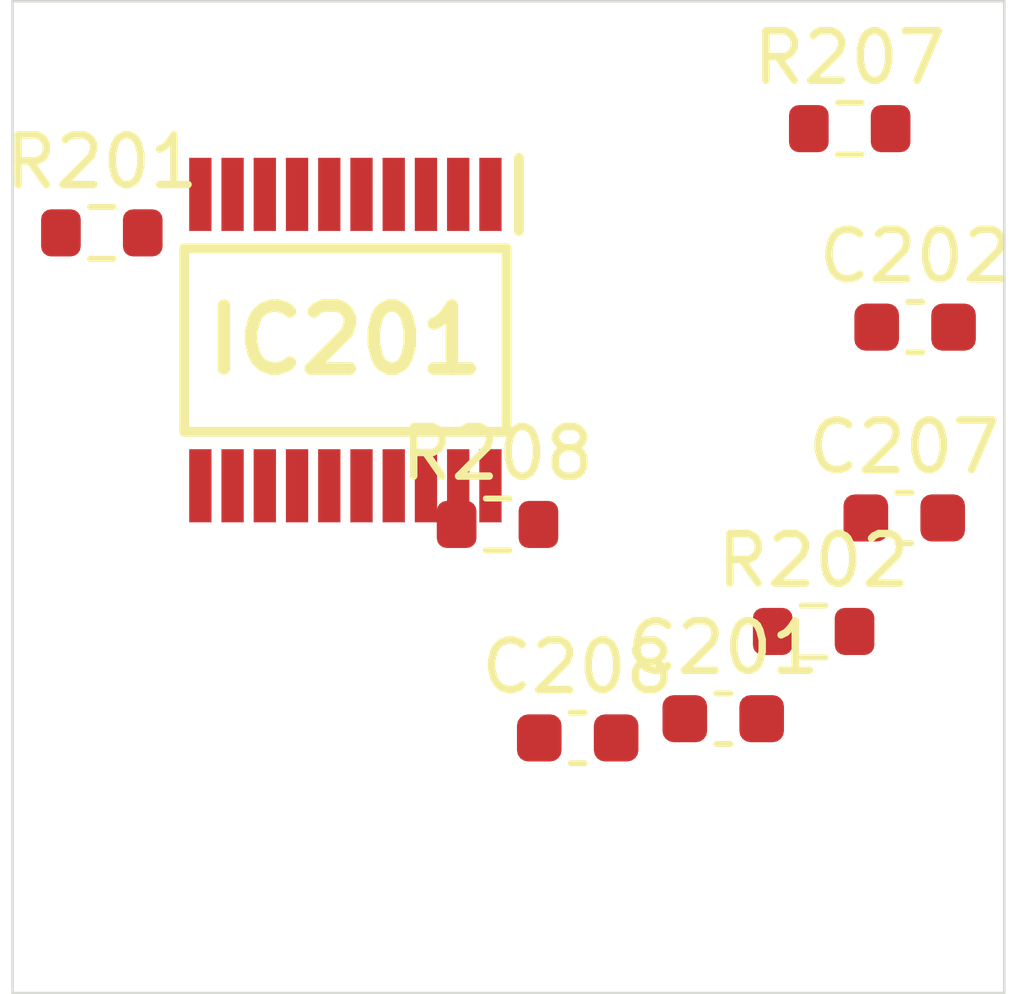
<source format=kicad_pcb>
 ( kicad_pcb  ( version 20171130 )
 ( host pcbnew 5.1.12-84ad8e8a86~92~ubuntu18.04.1 )
 ( general  ( thickness 1.6 )
 ( drawings 4 )
 ( tracks 0 )
 ( zones 0 )
 ( modules 9 )
 ( nets 19 )
)
 ( page A4 )
 ( layers  ( 0 F.Cu signal )
 ( 31 B.Cu signal )
 ( 32 B.Adhes user )
 ( 33 F.Adhes user )
 ( 34 B.Paste user )
 ( 35 F.Paste user )
 ( 36 B.SilkS user )
 ( 37 F.SilkS user )
 ( 38 B.Mask user )
 ( 39 F.Mask user )
 ( 40 Dwgs.User user )
 ( 41 Cmts.User user )
 ( 42 Eco1.User user )
 ( 43 Eco2.User user )
 ( 44 Edge.Cuts user )
 ( 45 Margin user )
 ( 46 B.CrtYd user )
 ( 47 F.CrtYd user )
 ( 48 B.Fab user )
 ( 49 F.Fab user )
)
 ( setup  ( last_trace_width 0.25 )
 ( trace_clearance 0.2 )
 ( zone_clearance 0.508 )
 ( zone_45_only no )
 ( trace_min 0.2 )
 ( via_size 0.8 )
 ( via_drill 0.4 )
 ( via_min_size 0.4 )
 ( via_min_drill 0.3 )
 ( uvia_size 0.3 )
 ( uvia_drill 0.1 )
 ( uvias_allowed no )
 ( uvia_min_size 0.2 )
 ( uvia_min_drill 0.1 )
 ( edge_width 0.05 )
 ( segment_width 0.2 )
 ( pcb_text_width 0.3 )
 ( pcb_text_size 1.5 1.5 )
 ( mod_edge_width 0.12 )
 ( mod_text_size 1 1 )
 ( mod_text_width 0.15 )
 ( pad_size 1.524 1.524 )
 ( pad_drill 0.762 )
 ( pad_to_mask_clearance 0 )
 ( aux_axis_origin 0 0 )
 ( visible_elements FFFFFF7F )
 ( pcbplotparams  ( layerselection 0x010fc_ffffffff )
 ( usegerberextensions false )
 ( usegerberattributes true )
 ( usegerberadvancedattributes true )
 ( creategerberjobfile true )
 ( excludeedgelayer true )
 ( linewidth 0.100000 )
 ( plotframeref false )
 ( viasonmask false )
 ( mode 1 )
 ( useauxorigin false )
 ( hpglpennumber 1 )
 ( hpglpenspeed 20 )
 ( hpglpendiameter 15.000000 )
 ( psnegative false )
 ( psa4output false )
 ( plotreference true )
 ( plotvalue true )
 ( plotinvisibletext false )
 ( padsonsilk false )
 ( subtractmaskfromsilk false )
 ( outputformat 1 )
 ( mirror false )
 ( drillshape 1 )
 ( scaleselection 1 )
 ( outputdirectory "" )
)
)
 ( net 0 "" )
 ( net 1 GND )
 ( net 2 /Sheet6235D886/ch0 )
 ( net 3 /Sheet6235D886/ch1 )
 ( net 4 /Sheet6235D886/ch2 )
 ( net 5 /Sheet6235D886/ch3 )
 ( net 6 /Sheet6235D886/ch4 )
 ( net 7 /Sheet6235D886/ch5 )
 ( net 8 /Sheet6235D886/ch6 )
 ( net 9 /Sheet6235D886/ch7 )
 ( net 10 VDD )
 ( net 11 VDDA )
 ( net 12 /Sheet6235D886/adc_csn )
 ( net 13 /Sheet6235D886/adc_sck )
 ( net 14 /Sheet6235D886/adc_sdi )
 ( net 15 /Sheet6235D886/adc_sdo )
 ( net 16 /Sheet6235D886/vp )
 ( net 17 /Sheet6248AD22/chn0 )
 ( net 18 /Sheet6248AD22/chn3 )
 ( net_class Default "This is the default net class."  ( clearance 0.2 )
 ( trace_width 0.25 )
 ( via_dia 0.8 )
 ( via_drill 0.4 )
 ( uvia_dia 0.3 )
 ( uvia_drill 0.1 )
 ( add_net /Sheet6235D886/adc_csn )
 ( add_net /Sheet6235D886/adc_sck )
 ( add_net /Sheet6235D886/adc_sdi )
 ( add_net /Sheet6235D886/adc_sdo )
 ( add_net /Sheet6235D886/ch0 )
 ( add_net /Sheet6235D886/ch1 )
 ( add_net /Sheet6235D886/ch2 )
 ( add_net /Sheet6235D886/ch3 )
 ( add_net /Sheet6235D886/ch4 )
 ( add_net /Sheet6235D886/ch5 )
 ( add_net /Sheet6235D886/ch6 )
 ( add_net /Sheet6235D886/ch7 )
 ( add_net /Sheet6235D886/vp )
 ( add_net /Sheet6248AD22/chn0 )
 ( add_net /Sheet6248AD22/chn3 )
 ( add_net GND )
 ( add_net VDD )
 ( add_net VDDA )
)
 ( module Capacitor_SMD:C_0603_1608Metric  ( layer F.Cu )
 ( tedit 5F68FEEE )
 ( tstamp 6234222D )
 ( at 94.331900 114.468000 )
 ( descr "Capacitor SMD 0603 (1608 Metric), square (rectangular) end terminal, IPC_7351 nominal, (Body size source: IPC-SM-782 page 76, https://www.pcb-3d.com/wordpress/wp-content/uploads/ipc-sm-782a_amendment_1_and_2.pdf), generated with kicad-footprint-generator" )
 ( tags capacitor )
 ( path /6235D887/623691C5 )
 ( attr smd )
 ( fp_text reference C201  ( at 0 -1.43 )
 ( layer F.SilkS )
 ( effects  ( font  ( size 1 1 )
 ( thickness 0.15 )
)
)
)
 ( fp_text value 0.1uF  ( at 0 1.43 )
 ( layer F.Fab )
 ( effects  ( font  ( size 1 1 )
 ( thickness 0.15 )
)
)
)
 ( fp_line  ( start -0.8 0.4 )
 ( end -0.8 -0.4 )
 ( layer F.Fab )
 ( width 0.1 )
)
 ( fp_line  ( start -0.8 -0.4 )
 ( end 0.8 -0.4 )
 ( layer F.Fab )
 ( width 0.1 )
)
 ( fp_line  ( start 0.8 -0.4 )
 ( end 0.8 0.4 )
 ( layer F.Fab )
 ( width 0.1 )
)
 ( fp_line  ( start 0.8 0.4 )
 ( end -0.8 0.4 )
 ( layer F.Fab )
 ( width 0.1 )
)
 ( fp_line  ( start -0.14058 -0.51 )
 ( end 0.14058 -0.51 )
 ( layer F.SilkS )
 ( width 0.12 )
)
 ( fp_line  ( start -0.14058 0.51 )
 ( end 0.14058 0.51 )
 ( layer F.SilkS )
 ( width 0.12 )
)
 ( fp_line  ( start -1.48 0.73 )
 ( end -1.48 -0.73 )
 ( layer F.CrtYd )
 ( width 0.05 )
)
 ( fp_line  ( start -1.48 -0.73 )
 ( end 1.48 -0.73 )
 ( layer F.CrtYd )
 ( width 0.05 )
)
 ( fp_line  ( start 1.48 -0.73 )
 ( end 1.48 0.73 )
 ( layer F.CrtYd )
 ( width 0.05 )
)
 ( fp_line  ( start 1.48 0.73 )
 ( end -1.48 0.73 )
 ( layer F.CrtYd )
 ( width 0.05 )
)
 ( fp_text user %R  ( at 0 0 )
 ( layer F.Fab )
 ( effects  ( font  ( size 0.4 0.4 )
 ( thickness 0.06 )
)
)
)
 ( pad 2 smd roundrect  ( at 0.775 0 )
 ( size 0.9 0.95 )
 ( layers F.Cu F.Mask F.Paste )
 ( roundrect_rratio 0.25 )
 ( net 1 GND )
)
 ( pad 1 smd roundrect  ( at -0.775 0 )
 ( size 0.9 0.95 )
 ( layers F.Cu F.Mask F.Paste )
 ( roundrect_rratio 0.25 )
 ( net 2 /Sheet6235D886/ch0 )
)
 ( model ${KISYS3DMOD}/Capacitor_SMD.3dshapes/C_0603_1608Metric.wrl  ( at  ( xyz 0 0 0 )
)
 ( scale  ( xyz 1 1 1 )
)
 ( rotate  ( xyz 0 0 0 )
)
)
)
 ( module Capacitor_SMD:C_0603_1608Metric  ( layer F.Cu )
 ( tedit 5F68FEEE )
 ( tstamp 6234223E )
 ( at 98.201300 106.572000 )
 ( descr "Capacitor SMD 0603 (1608 Metric), square (rectangular) end terminal, IPC_7351 nominal, (Body size source: IPC-SM-782 page 76, https://www.pcb-3d.com/wordpress/wp-content/uploads/ipc-sm-782a_amendment_1_and_2.pdf), generated with kicad-footprint-generator" )
 ( tags capacitor )
 ( path /6235D887/62369EE0 )
 ( attr smd )
 ( fp_text reference C202  ( at 0 -1.43 )
 ( layer F.SilkS )
 ( effects  ( font  ( size 1 1 )
 ( thickness 0.15 )
)
)
)
 ( fp_text value 0.1uF  ( at 0 1.43 )
 ( layer F.Fab )
 ( effects  ( font  ( size 1 1 )
 ( thickness 0.15 )
)
)
)
 ( fp_line  ( start 1.48 0.73 )
 ( end -1.48 0.73 )
 ( layer F.CrtYd )
 ( width 0.05 )
)
 ( fp_line  ( start 1.48 -0.73 )
 ( end 1.48 0.73 )
 ( layer F.CrtYd )
 ( width 0.05 )
)
 ( fp_line  ( start -1.48 -0.73 )
 ( end 1.48 -0.73 )
 ( layer F.CrtYd )
 ( width 0.05 )
)
 ( fp_line  ( start -1.48 0.73 )
 ( end -1.48 -0.73 )
 ( layer F.CrtYd )
 ( width 0.05 )
)
 ( fp_line  ( start -0.14058 0.51 )
 ( end 0.14058 0.51 )
 ( layer F.SilkS )
 ( width 0.12 )
)
 ( fp_line  ( start -0.14058 -0.51 )
 ( end 0.14058 -0.51 )
 ( layer F.SilkS )
 ( width 0.12 )
)
 ( fp_line  ( start 0.8 0.4 )
 ( end -0.8 0.4 )
 ( layer F.Fab )
 ( width 0.1 )
)
 ( fp_line  ( start 0.8 -0.4 )
 ( end 0.8 0.4 )
 ( layer F.Fab )
 ( width 0.1 )
)
 ( fp_line  ( start -0.8 -0.4 )
 ( end 0.8 -0.4 )
 ( layer F.Fab )
 ( width 0.1 )
)
 ( fp_line  ( start -0.8 0.4 )
 ( end -0.8 -0.4 )
 ( layer F.Fab )
 ( width 0.1 )
)
 ( fp_text user %R  ( at 0 0 )
 ( layer F.Fab )
 ( effects  ( font  ( size 0.4 0.4 )
 ( thickness 0.06 )
)
)
)
 ( pad 1 smd roundrect  ( at -0.775 0 )
 ( size 0.9 0.95 )
 ( layers F.Cu F.Mask F.Paste )
 ( roundrect_rratio 0.25 )
 ( net 1 GND )
)
 ( pad 2 smd roundrect  ( at 0.775 0 )
 ( size 0.9 0.95 )
 ( layers F.Cu F.Mask F.Paste )
 ( roundrect_rratio 0.25 )
 ( net 3 /Sheet6235D886/ch1 )
)
 ( model ${KISYS3DMOD}/Capacitor_SMD.3dshapes/C_0603_1608Metric.wrl  ( at  ( xyz 0 0 0 )
)
 ( scale  ( xyz 1 1 1 )
)
 ( rotate  ( xyz 0 0 0 )
)
)
)
 ( module Capacitor_SMD:C_0603_1608Metric  ( layer F.Cu )
 ( tedit 5F68FEEE )
 ( tstamp 62342293 )
 ( at 97.982900 110.420000 )
 ( descr "Capacitor SMD 0603 (1608 Metric), square (rectangular) end terminal, IPC_7351 nominal, (Body size source: IPC-SM-782 page 76, https://www.pcb-3d.com/wordpress/wp-content/uploads/ipc-sm-782a_amendment_1_and_2.pdf), generated with kicad-footprint-generator" )
 ( tags capacitor )
 ( path /6235D887/6238B3FE )
 ( attr smd )
 ( fp_text reference C207  ( at 0 -1.43 )
 ( layer F.SilkS )
 ( effects  ( font  ( size 1 1 )
 ( thickness 0.15 )
)
)
)
 ( fp_text value 0.1uF  ( at 0 1.43 )
 ( layer F.Fab )
 ( effects  ( font  ( size 1 1 )
 ( thickness 0.15 )
)
)
)
 ( fp_line  ( start -0.8 0.4 )
 ( end -0.8 -0.4 )
 ( layer F.Fab )
 ( width 0.1 )
)
 ( fp_line  ( start -0.8 -0.4 )
 ( end 0.8 -0.4 )
 ( layer F.Fab )
 ( width 0.1 )
)
 ( fp_line  ( start 0.8 -0.4 )
 ( end 0.8 0.4 )
 ( layer F.Fab )
 ( width 0.1 )
)
 ( fp_line  ( start 0.8 0.4 )
 ( end -0.8 0.4 )
 ( layer F.Fab )
 ( width 0.1 )
)
 ( fp_line  ( start -0.14058 -0.51 )
 ( end 0.14058 -0.51 )
 ( layer F.SilkS )
 ( width 0.12 )
)
 ( fp_line  ( start -0.14058 0.51 )
 ( end 0.14058 0.51 )
 ( layer F.SilkS )
 ( width 0.12 )
)
 ( fp_line  ( start -1.48 0.73 )
 ( end -1.48 -0.73 )
 ( layer F.CrtYd )
 ( width 0.05 )
)
 ( fp_line  ( start -1.48 -0.73 )
 ( end 1.48 -0.73 )
 ( layer F.CrtYd )
 ( width 0.05 )
)
 ( fp_line  ( start 1.48 -0.73 )
 ( end 1.48 0.73 )
 ( layer F.CrtYd )
 ( width 0.05 )
)
 ( fp_line  ( start 1.48 0.73 )
 ( end -1.48 0.73 )
 ( layer F.CrtYd )
 ( width 0.05 )
)
 ( fp_text user %R  ( at 0 0 )
 ( layer F.Fab )
 ( effects  ( font  ( size 0.4 0.4 )
 ( thickness 0.06 )
)
)
)
 ( pad 2 smd roundrect  ( at 0.775 0 )
 ( size 0.9 0.95 )
 ( layers F.Cu F.Mask F.Paste )
 ( roundrect_rratio 0.25 )
 ( net 1 GND )
)
 ( pad 1 smd roundrect  ( at -0.775 0 )
 ( size 0.9 0.95 )
 ( layers F.Cu F.Mask F.Paste )
 ( roundrect_rratio 0.25 )
 ( net 8 /Sheet6235D886/ch6 )
)
 ( model ${KISYS3DMOD}/Capacitor_SMD.3dshapes/C_0603_1608Metric.wrl  ( at  ( xyz 0 0 0 )
)
 ( scale  ( xyz 1 1 1 )
)
 ( rotate  ( xyz 0 0 0 )
)
)
)
 ( module Capacitor_SMD:C_0603_1608Metric  ( layer F.Cu )
 ( tedit 5F68FEEE )
 ( tstamp 623422A4 )
 ( at 91.396900 114.856000 )
 ( descr "Capacitor SMD 0603 (1608 Metric), square (rectangular) end terminal, IPC_7351 nominal, (Body size source: IPC-SM-782 page 76, https://www.pcb-3d.com/wordpress/wp-content/uploads/ipc-sm-782a_amendment_1_and_2.pdf), generated with kicad-footprint-generator" )
 ( tags capacitor )
 ( path /6235D887/6238B404 )
 ( attr smd )
 ( fp_text reference C208  ( at 0 -1.43 )
 ( layer F.SilkS )
 ( effects  ( font  ( size 1 1 )
 ( thickness 0.15 )
)
)
)
 ( fp_text value 0.1uF  ( at 0 1.43 )
 ( layer F.Fab )
 ( effects  ( font  ( size 1 1 )
 ( thickness 0.15 )
)
)
)
 ( fp_line  ( start 1.48 0.73 )
 ( end -1.48 0.73 )
 ( layer F.CrtYd )
 ( width 0.05 )
)
 ( fp_line  ( start 1.48 -0.73 )
 ( end 1.48 0.73 )
 ( layer F.CrtYd )
 ( width 0.05 )
)
 ( fp_line  ( start -1.48 -0.73 )
 ( end 1.48 -0.73 )
 ( layer F.CrtYd )
 ( width 0.05 )
)
 ( fp_line  ( start -1.48 0.73 )
 ( end -1.48 -0.73 )
 ( layer F.CrtYd )
 ( width 0.05 )
)
 ( fp_line  ( start -0.14058 0.51 )
 ( end 0.14058 0.51 )
 ( layer F.SilkS )
 ( width 0.12 )
)
 ( fp_line  ( start -0.14058 -0.51 )
 ( end 0.14058 -0.51 )
 ( layer F.SilkS )
 ( width 0.12 )
)
 ( fp_line  ( start 0.8 0.4 )
 ( end -0.8 0.4 )
 ( layer F.Fab )
 ( width 0.1 )
)
 ( fp_line  ( start 0.8 -0.4 )
 ( end 0.8 0.4 )
 ( layer F.Fab )
 ( width 0.1 )
)
 ( fp_line  ( start -0.8 -0.4 )
 ( end 0.8 -0.4 )
 ( layer F.Fab )
 ( width 0.1 )
)
 ( fp_line  ( start -0.8 0.4 )
 ( end -0.8 -0.4 )
 ( layer F.Fab )
 ( width 0.1 )
)
 ( fp_text user %R  ( at 0 0 )
 ( layer F.Fab )
 ( effects  ( font  ( size 0.4 0.4 )
 ( thickness 0.06 )
)
)
)
 ( pad 1 smd roundrect  ( at -0.775 0 )
 ( size 0.9 0.95 )
 ( layers F.Cu F.Mask F.Paste )
 ( roundrect_rratio 0.25 )
 ( net 1 GND )
)
 ( pad 2 smd roundrect  ( at 0.775 0 )
 ( size 0.9 0.95 )
 ( layers F.Cu F.Mask F.Paste )
 ( roundrect_rratio 0.25 )
 ( net 9 /Sheet6235D886/ch7 )
)
 ( model ${KISYS3DMOD}/Capacitor_SMD.3dshapes/C_0603_1608Metric.wrl  ( at  ( xyz 0 0 0 )
)
 ( scale  ( xyz 1 1 1 )
)
 ( rotate  ( xyz 0 0 0 )
)
)
)
 ( module MCP3564R-E_ST:SOP65P640X120-20N locked  ( layer F.Cu )
 ( tedit 623351C2 )
 ( tstamp 623423D6 )
 ( at 86.712100 106.833000 270.000000 )
 ( descr "20-Lead Plastic Thin Shrink Small Outline (ST) - 4.4mm body [TSSOP]" )
 ( tags "Integrated Circuit" )
 ( path /6235D887/6235E071 )
 ( attr smd )
 ( fp_text reference IC201  ( at 0 0 )
 ( layer F.SilkS )
 ( effects  ( font  ( size 1.27 1.27 )
 ( thickness 0.254 )
)
)
)
 ( fp_text value MCP3564R-E_ST  ( at 0 0 )
 ( layer F.SilkS )
hide  ( effects  ( font  ( size 1.27 1.27 )
 ( thickness 0.254 )
)
)
)
 ( fp_line  ( start -3.925 -3.55 )
 ( end 3.925 -3.55 )
 ( layer Dwgs.User )
 ( width 0.05 )
)
 ( fp_line  ( start 3.925 -3.55 )
 ( end 3.925 3.55 )
 ( layer Dwgs.User )
 ( width 0.05 )
)
 ( fp_line  ( start 3.925 3.55 )
 ( end -3.925 3.55 )
 ( layer Dwgs.User )
 ( width 0.05 )
)
 ( fp_line  ( start -3.925 3.55 )
 ( end -3.925 -3.55 )
 ( layer Dwgs.User )
 ( width 0.05 )
)
 ( fp_line  ( start -2.2 -3.25 )
 ( end 2.2 -3.25 )
 ( layer Dwgs.User )
 ( width 0.1 )
)
 ( fp_line  ( start 2.2 -3.25 )
 ( end 2.2 3.25 )
 ( layer Dwgs.User )
 ( width 0.1 )
)
 ( fp_line  ( start 2.2 3.25 )
 ( end -2.2 3.25 )
 ( layer Dwgs.User )
 ( width 0.1 )
)
 ( fp_line  ( start -2.2 3.25 )
 ( end -2.2 -3.25 )
 ( layer Dwgs.User )
 ( width 0.1 )
)
 ( fp_line  ( start -2.2 -2.6 )
 ( end -1.55 -3.25 )
 ( layer Dwgs.User )
 ( width 0.1 )
)
 ( fp_line  ( start -1.85 -3.25 )
 ( end 1.85 -3.25 )
 ( layer F.SilkS )
 ( width 0.2 )
)
 ( fp_line  ( start 1.85 -3.25 )
 ( end 1.85 3.25 )
 ( layer F.SilkS )
 ( width 0.2 )
)
 ( fp_line  ( start 1.85 3.25 )
 ( end -1.85 3.25 )
 ( layer F.SilkS )
 ( width 0.2 )
)
 ( fp_line  ( start -1.85 3.25 )
 ( end -1.85 -3.25 )
 ( layer F.SilkS )
 ( width 0.2 )
)
 ( fp_line  ( start -3.675 -3.5 )
 ( end -2.2 -3.5 )
 ( layer F.SilkS )
 ( width 0.2 )
)
 ( pad 1 smd rect  ( at -2.938 -2.925 )
 ( size 0.45 1.475 )
 ( layers F.Cu F.Mask F.Paste )
 ( net 11 VDDA )
)
 ( pad 2 smd rect  ( at -2.938 -2.275 )
 ( size 0.45 1.475 )
 ( layers F.Cu F.Mask F.Paste )
 ( net 1 GND )
)
 ( pad 3 smd rect  ( at -2.938 -1.625 )
 ( size 0.45 1.475 )
 ( layers F.Cu F.Mask F.Paste )
 ( net 1 GND )
)
 ( pad 4 smd rect  ( at -2.938 -0.975 )
 ( size 0.45 1.475 )
 ( layers F.Cu F.Mask F.Paste )
)
 ( pad 5 smd rect  ( at -2.938 -0.325 )
 ( size 0.45 1.475 )
 ( layers F.Cu F.Mask F.Paste )
 ( net 2 /Sheet6235D886/ch0 )
)
 ( pad 6 smd rect  ( at -2.938 0.325 )
 ( size 0.45 1.475 )
 ( layers F.Cu F.Mask F.Paste )
 ( net 3 /Sheet6235D886/ch1 )
)
 ( pad 7 smd rect  ( at -2.938 0.975 )
 ( size 0.45 1.475 )
 ( layers F.Cu F.Mask F.Paste )
 ( net 4 /Sheet6235D886/ch2 )
)
 ( pad 8 smd rect  ( at -2.938 1.625 )
 ( size 0.45 1.475 )
 ( layers F.Cu F.Mask F.Paste )
 ( net 5 /Sheet6235D886/ch3 )
)
 ( pad 9 smd rect  ( at -2.938 2.275 )
 ( size 0.45 1.475 )
 ( layers F.Cu F.Mask F.Paste )
 ( net 6 /Sheet6235D886/ch4 )
)
 ( pad 10 smd rect  ( at -2.938 2.925 )
 ( size 0.45 1.475 )
 ( layers F.Cu F.Mask F.Paste )
 ( net 7 /Sheet6235D886/ch5 )
)
 ( pad 11 smd rect  ( at 2.938 2.925 )
 ( size 0.45 1.475 )
 ( layers F.Cu F.Mask F.Paste )
 ( net 8 /Sheet6235D886/ch6 )
)
 ( pad 12 smd rect  ( at 2.938 2.275 )
 ( size 0.45 1.475 )
 ( layers F.Cu F.Mask F.Paste )
 ( net 9 /Sheet6235D886/ch7 )
)
 ( pad 13 smd rect  ( at 2.938 1.625 )
 ( size 0.45 1.475 )
 ( layers F.Cu F.Mask F.Paste )
 ( net 12 /Sheet6235D886/adc_csn )
)
 ( pad 14 smd rect  ( at 2.938 0.975 )
 ( size 0.45 1.475 )
 ( layers F.Cu F.Mask F.Paste )
 ( net 13 /Sheet6235D886/adc_sck )
)
 ( pad 15 smd rect  ( at 2.938 0.325 )
 ( size 0.45 1.475 )
 ( layers F.Cu F.Mask F.Paste )
 ( net 14 /Sheet6235D886/adc_sdi )
)
 ( pad 16 smd rect  ( at 2.938 -0.325 )
 ( size 0.45 1.475 )
 ( layers F.Cu F.Mask F.Paste )
 ( net 15 /Sheet6235D886/adc_sdo )
)
 ( pad 17 smd rect  ( at 2.938 -0.975 )
 ( size 0.45 1.475 )
 ( layers F.Cu F.Mask F.Paste )
)
 ( pad 18 smd rect  ( at 2.938 -1.625 )
 ( size 0.45 1.475 )
 ( layers F.Cu F.Mask F.Paste )
)
 ( pad 19 smd rect  ( at 2.938 -2.275 )
 ( size 0.45 1.475 )
 ( layers F.Cu F.Mask F.Paste )
 ( net 1 GND )
)
 ( pad 20 smd rect  ( at 2.938 -2.925 )
 ( size 0.45 1.475 )
 ( layers F.Cu F.Mask F.Paste )
 ( net 10 VDD )
)
)
 ( module Resistor_SMD:R_0603_1608Metric  ( layer F.Cu )
 ( tedit 5F68FEEE )
 ( tstamp 6234250D )
 ( at 81.800500 104.671000 )
 ( descr "Resistor SMD 0603 (1608 Metric), square (rectangular) end terminal, IPC_7351 nominal, (Body size source: IPC-SM-782 page 72, https://www.pcb-3d.com/wordpress/wp-content/uploads/ipc-sm-782a_amendment_1_and_2.pdf), generated with kicad-footprint-generator" )
 ( tags resistor )
 ( path /6235D887/623641B7 )
 ( attr smd )
 ( fp_text reference R201  ( at 0 -1.43 )
 ( layer F.SilkS )
 ( effects  ( font  ( size 1 1 )
 ( thickness 0.15 )
)
)
)
 ( fp_text value 1k  ( at 0 1.43 )
 ( layer F.Fab )
 ( effects  ( font  ( size 1 1 )
 ( thickness 0.15 )
)
)
)
 ( fp_line  ( start -0.8 0.4125 )
 ( end -0.8 -0.4125 )
 ( layer F.Fab )
 ( width 0.1 )
)
 ( fp_line  ( start -0.8 -0.4125 )
 ( end 0.8 -0.4125 )
 ( layer F.Fab )
 ( width 0.1 )
)
 ( fp_line  ( start 0.8 -0.4125 )
 ( end 0.8 0.4125 )
 ( layer F.Fab )
 ( width 0.1 )
)
 ( fp_line  ( start 0.8 0.4125 )
 ( end -0.8 0.4125 )
 ( layer F.Fab )
 ( width 0.1 )
)
 ( fp_line  ( start -0.237258 -0.5225 )
 ( end 0.237258 -0.5225 )
 ( layer F.SilkS )
 ( width 0.12 )
)
 ( fp_line  ( start -0.237258 0.5225 )
 ( end 0.237258 0.5225 )
 ( layer F.SilkS )
 ( width 0.12 )
)
 ( fp_line  ( start -1.48 0.73 )
 ( end -1.48 -0.73 )
 ( layer F.CrtYd )
 ( width 0.05 )
)
 ( fp_line  ( start -1.48 -0.73 )
 ( end 1.48 -0.73 )
 ( layer F.CrtYd )
 ( width 0.05 )
)
 ( fp_line  ( start 1.48 -0.73 )
 ( end 1.48 0.73 )
 ( layer F.CrtYd )
 ( width 0.05 )
)
 ( fp_line  ( start 1.48 0.73 )
 ( end -1.48 0.73 )
 ( layer F.CrtYd )
 ( width 0.05 )
)
 ( fp_text user %R  ( at 0 0 )
 ( layer F.Fab )
 ( effects  ( font  ( size 0.4 0.4 )
 ( thickness 0.06 )
)
)
)
 ( pad 2 smd roundrect  ( at 0.825 0 )
 ( size 0.8 0.95 )
 ( layers F.Cu F.Mask F.Paste )
 ( roundrect_rratio 0.25 )
 ( net 16 /Sheet6235D886/vp )
)
 ( pad 1 smd roundrect  ( at -0.825 0 )
 ( size 0.8 0.95 )
 ( layers F.Cu F.Mask F.Paste )
 ( roundrect_rratio 0.25 )
 ( net 2 /Sheet6235D886/ch0 )
)
 ( model ${KISYS3DMOD}/Resistor_SMD.3dshapes/R_0603_1608Metric.wrl  ( at  ( xyz 0 0 0 )
)
 ( scale  ( xyz 1 1 1 )
)
 ( rotate  ( xyz 0 0 0 )
)
)
)
 ( module Resistor_SMD:R_0603_1608Metric  ( layer F.Cu )
 ( tedit 5F68FEEE )
 ( tstamp 6234251E )
 ( at 96.155000 112.709000 )
 ( descr "Resistor SMD 0603 (1608 Metric), square (rectangular) end terminal, IPC_7351 nominal, (Body size source: IPC-SM-782 page 72, https://www.pcb-3d.com/wordpress/wp-content/uploads/ipc-sm-782a_amendment_1_and_2.pdf), generated with kicad-footprint-generator" )
 ( tags resistor )
 ( path /6235D887/6236A646 )
 ( attr smd )
 ( fp_text reference R202  ( at 0 -1.43 )
 ( layer F.SilkS )
 ( effects  ( font  ( size 1 1 )
 ( thickness 0.15 )
)
)
)
 ( fp_text value 1k  ( at 0 1.43 )
 ( layer F.Fab )
 ( effects  ( font  ( size 1 1 )
 ( thickness 0.15 )
)
)
)
 ( fp_line  ( start 1.48 0.73 )
 ( end -1.48 0.73 )
 ( layer F.CrtYd )
 ( width 0.05 )
)
 ( fp_line  ( start 1.48 -0.73 )
 ( end 1.48 0.73 )
 ( layer F.CrtYd )
 ( width 0.05 )
)
 ( fp_line  ( start -1.48 -0.73 )
 ( end 1.48 -0.73 )
 ( layer F.CrtYd )
 ( width 0.05 )
)
 ( fp_line  ( start -1.48 0.73 )
 ( end -1.48 -0.73 )
 ( layer F.CrtYd )
 ( width 0.05 )
)
 ( fp_line  ( start -0.237258 0.5225 )
 ( end 0.237258 0.5225 )
 ( layer F.SilkS )
 ( width 0.12 )
)
 ( fp_line  ( start -0.237258 -0.5225 )
 ( end 0.237258 -0.5225 )
 ( layer F.SilkS )
 ( width 0.12 )
)
 ( fp_line  ( start 0.8 0.4125 )
 ( end -0.8 0.4125 )
 ( layer F.Fab )
 ( width 0.1 )
)
 ( fp_line  ( start 0.8 -0.4125 )
 ( end 0.8 0.4125 )
 ( layer F.Fab )
 ( width 0.1 )
)
 ( fp_line  ( start -0.8 -0.4125 )
 ( end 0.8 -0.4125 )
 ( layer F.Fab )
 ( width 0.1 )
)
 ( fp_line  ( start -0.8 0.4125 )
 ( end -0.8 -0.4125 )
 ( layer F.Fab )
 ( width 0.1 )
)
 ( fp_text user %R  ( at 0 0 )
 ( layer F.Fab )
 ( effects  ( font  ( size 0.4 0.4 )
 ( thickness 0.06 )
)
)
)
 ( pad 1 smd roundrect  ( at -0.825 0 )
 ( size 0.8 0.95 )
 ( layers F.Cu F.Mask F.Paste )
 ( roundrect_rratio 0.25 )
 ( net 3 /Sheet6235D886/ch1 )
)
 ( pad 2 smd roundrect  ( at 0.825 0 )
 ( size 0.8 0.95 )
 ( layers F.Cu F.Mask F.Paste )
 ( roundrect_rratio 0.25 )
 ( net 17 /Sheet6248AD22/chn0 )
)
 ( model ${KISYS3DMOD}/Resistor_SMD.3dshapes/R_0603_1608Metric.wrl  ( at  ( xyz 0 0 0 )
)
 ( scale  ( xyz 1 1 1 )
)
 ( rotate  ( xyz 0 0 0 )
)
)
)
 ( module Resistor_SMD:R_0603_1608Metric  ( layer F.Cu )
 ( tedit 5F68FEEE )
 ( tstamp 62342573 )
 ( at 96.882700 102.569000 )
 ( descr "Resistor SMD 0603 (1608 Metric), square (rectangular) end terminal, IPC_7351 nominal, (Body size source: IPC-SM-782 page 72, https://www.pcb-3d.com/wordpress/wp-content/uploads/ipc-sm-782a_amendment_1_and_2.pdf), generated with kicad-footprint-generator" )
 ( tags resistor )
 ( path /6235D887/6238B3F8 )
 ( attr smd )
 ( fp_text reference R207  ( at 0 -1.43 )
 ( layer F.SilkS )
 ( effects  ( font  ( size 1 1 )
 ( thickness 0.15 )
)
)
)
 ( fp_text value 1k  ( at 0 1.43 )
 ( layer F.Fab )
 ( effects  ( font  ( size 1 1 )
 ( thickness 0.15 )
)
)
)
 ( fp_line  ( start -0.8 0.4125 )
 ( end -0.8 -0.4125 )
 ( layer F.Fab )
 ( width 0.1 )
)
 ( fp_line  ( start -0.8 -0.4125 )
 ( end 0.8 -0.4125 )
 ( layer F.Fab )
 ( width 0.1 )
)
 ( fp_line  ( start 0.8 -0.4125 )
 ( end 0.8 0.4125 )
 ( layer F.Fab )
 ( width 0.1 )
)
 ( fp_line  ( start 0.8 0.4125 )
 ( end -0.8 0.4125 )
 ( layer F.Fab )
 ( width 0.1 )
)
 ( fp_line  ( start -0.237258 -0.5225 )
 ( end 0.237258 -0.5225 )
 ( layer F.SilkS )
 ( width 0.12 )
)
 ( fp_line  ( start -0.237258 0.5225 )
 ( end 0.237258 0.5225 )
 ( layer F.SilkS )
 ( width 0.12 )
)
 ( fp_line  ( start -1.48 0.73 )
 ( end -1.48 -0.73 )
 ( layer F.CrtYd )
 ( width 0.05 )
)
 ( fp_line  ( start -1.48 -0.73 )
 ( end 1.48 -0.73 )
 ( layer F.CrtYd )
 ( width 0.05 )
)
 ( fp_line  ( start 1.48 -0.73 )
 ( end 1.48 0.73 )
 ( layer F.CrtYd )
 ( width 0.05 )
)
 ( fp_line  ( start 1.48 0.73 )
 ( end -1.48 0.73 )
 ( layer F.CrtYd )
 ( width 0.05 )
)
 ( fp_text user %R  ( at 0 0 )
 ( layer F.Fab )
 ( effects  ( font  ( size 0.4 0.4 )
 ( thickness 0.06 )
)
)
)
 ( pad 2 smd roundrect  ( at 0.825 0 )
 ( size 0.8 0.95 )
 ( layers F.Cu F.Mask F.Paste )
 ( roundrect_rratio 0.25 )
 ( net 16 /Sheet6235D886/vp )
)
 ( pad 1 smd roundrect  ( at -0.825 0 )
 ( size 0.8 0.95 )
 ( layers F.Cu F.Mask F.Paste )
 ( roundrect_rratio 0.25 )
 ( net 8 /Sheet6235D886/ch6 )
)
 ( model ${KISYS3DMOD}/Resistor_SMD.3dshapes/R_0603_1608Metric.wrl  ( at  ( xyz 0 0 0 )
)
 ( scale  ( xyz 1 1 1 )
)
 ( rotate  ( xyz 0 0 0 )
)
)
)
 ( module Resistor_SMD:R_0603_1608Metric  ( layer F.Cu )
 ( tedit 5F68FEEE )
 ( tstamp 62342584 )
 ( at 89.780300 110.551000 )
 ( descr "Resistor SMD 0603 (1608 Metric), square (rectangular) end terminal, IPC_7351 nominal, (Body size source: IPC-SM-782 page 72, https://www.pcb-3d.com/wordpress/wp-content/uploads/ipc-sm-782a_amendment_1_and_2.pdf), generated with kicad-footprint-generator" )
 ( tags resistor )
 ( path /6235D887/6238B40A )
 ( attr smd )
 ( fp_text reference R208  ( at 0 -1.43 )
 ( layer F.SilkS )
 ( effects  ( font  ( size 1 1 )
 ( thickness 0.15 )
)
)
)
 ( fp_text value 1k  ( at 0 1.43 )
 ( layer F.Fab )
 ( effects  ( font  ( size 1 1 )
 ( thickness 0.15 )
)
)
)
 ( fp_line  ( start 1.48 0.73 )
 ( end -1.48 0.73 )
 ( layer F.CrtYd )
 ( width 0.05 )
)
 ( fp_line  ( start 1.48 -0.73 )
 ( end 1.48 0.73 )
 ( layer F.CrtYd )
 ( width 0.05 )
)
 ( fp_line  ( start -1.48 -0.73 )
 ( end 1.48 -0.73 )
 ( layer F.CrtYd )
 ( width 0.05 )
)
 ( fp_line  ( start -1.48 0.73 )
 ( end -1.48 -0.73 )
 ( layer F.CrtYd )
 ( width 0.05 )
)
 ( fp_line  ( start -0.237258 0.5225 )
 ( end 0.237258 0.5225 )
 ( layer F.SilkS )
 ( width 0.12 )
)
 ( fp_line  ( start -0.237258 -0.5225 )
 ( end 0.237258 -0.5225 )
 ( layer F.SilkS )
 ( width 0.12 )
)
 ( fp_line  ( start 0.8 0.4125 )
 ( end -0.8 0.4125 )
 ( layer F.Fab )
 ( width 0.1 )
)
 ( fp_line  ( start 0.8 -0.4125 )
 ( end 0.8 0.4125 )
 ( layer F.Fab )
 ( width 0.1 )
)
 ( fp_line  ( start -0.8 -0.4125 )
 ( end 0.8 -0.4125 )
 ( layer F.Fab )
 ( width 0.1 )
)
 ( fp_line  ( start -0.8 0.4125 )
 ( end -0.8 -0.4125 )
 ( layer F.Fab )
 ( width 0.1 )
)
 ( fp_text user %R  ( at 0 0 )
 ( layer F.Fab )
 ( effects  ( font  ( size 0.4 0.4 )
 ( thickness 0.06 )
)
)
)
 ( pad 1 smd roundrect  ( at -0.825 0 )
 ( size 0.8 0.95 )
 ( layers F.Cu F.Mask F.Paste )
 ( roundrect_rratio 0.25 )
 ( net 9 /Sheet6235D886/ch7 )
)
 ( pad 2 smd roundrect  ( at 0.825 0 )
 ( size 0.8 0.95 )
 ( layers F.Cu F.Mask F.Paste )
 ( roundrect_rratio 0.25 )
 ( net 18 /Sheet6248AD22/chn3 )
)
 ( model ${KISYS3DMOD}/Resistor_SMD.3dshapes/R_0603_1608Metric.wrl  ( at  ( xyz 0 0 0 )
)
 ( scale  ( xyz 1 1 1 )
)
 ( rotate  ( xyz 0 0 0 )
)
)
)
 ( gr_line  ( start 100 100 )
 ( end 100 120 )
 ( layer Edge.Cuts )
 ( width 0.05 )
 ( tstamp 62E770C4 )
)
 ( gr_line  ( start 80 120 )
 ( end 100 120 )
 ( layer Edge.Cuts )
 ( width 0.05 )
 ( tstamp 62E770C0 )
)
 ( gr_line  ( start 80 100 )
 ( end 100 100 )
 ( layer Edge.Cuts )
 ( width 0.05 )
 ( tstamp 6234110C )
)
 ( gr_line  ( start 80 100 )
 ( end 80 120 )
 ( layer Edge.Cuts )
 ( width 0.05 )
)
)

</source>
